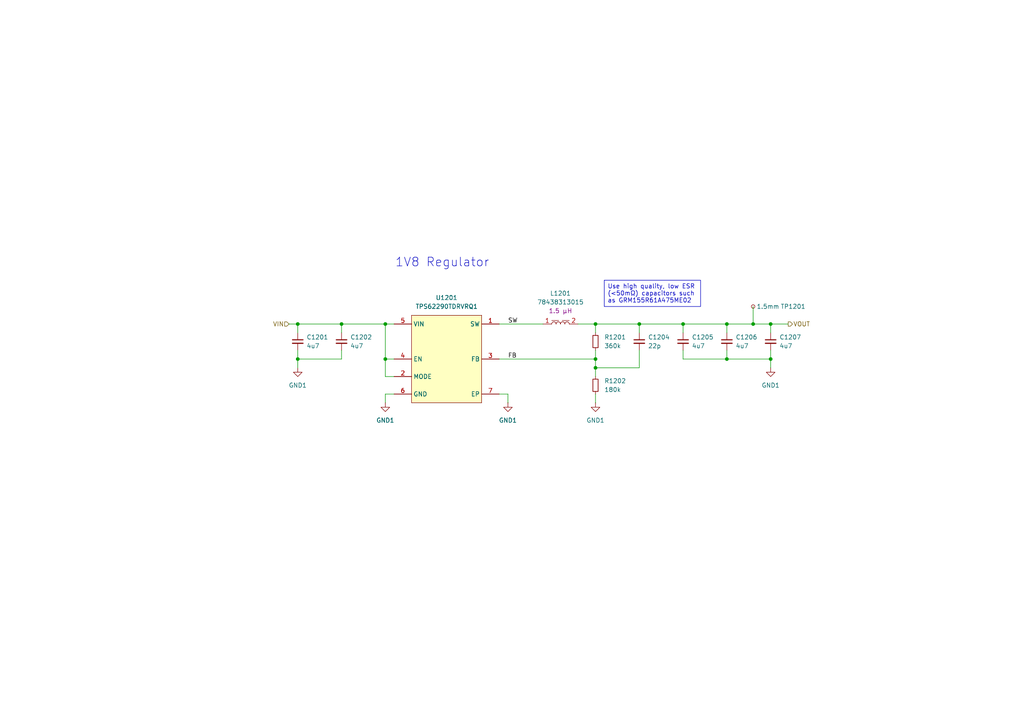
<source format=kicad_sch>
(kicad_sch
	(version 20250114)
	(generator "eeschema")
	(generator_version "9.0")
	(uuid "f18fc87d-cbc7-4ed0-9079-b77cd4454c05")
	(paper "A4")
	(lib_symbols
		(symbol "Connector:TestPoint_Small"
			(pin_numbers
				(hide yes)
			)
			(pin_names
				(offset 0.762)
				(hide yes)
			)
			(exclude_from_sim no)
			(in_bom yes)
			(on_board yes)
			(property "Reference" "TP"
				(at 0 3.81 0)
				(effects
					(font
						(size 1.27 1.27)
					)
				)
			)
			(property "Value" "TestPoint_Small"
				(at 0 2.032 0)
				(effects
					(font
						(size 1.27 1.27)
					)
				)
			)
			(property "Footprint" ""
				(at 5.08 0 0)
				(effects
					(font
						(size 1.27 1.27)
					)
					(hide yes)
				)
			)
			(property "Datasheet" "~"
				(at 5.08 0 0)
				(effects
					(font
						(size 1.27 1.27)
					)
					(hide yes)
				)
			)
			(property "Description" "test point"
				(at 0 0 0)
				(effects
					(font
						(size 1.27 1.27)
					)
					(hide yes)
				)
			)
			(property "ki_keywords" "test point tp"
				(at 0 0 0)
				(effects
					(font
						(size 1.27 1.27)
					)
					(hide yes)
				)
			)
			(property "ki_fp_filters" "Pin* Test*"
				(at 0 0 0)
				(effects
					(font
						(size 1.27 1.27)
					)
					(hide yes)
				)
			)
			(symbol "TestPoint_Small_0_1"
				(circle
					(center 0 0)
					(radius 0.508)
					(stroke
						(width 0)
						(type default)
					)
					(fill
						(type none)
					)
				)
			)
			(symbol "TestPoint_Small_1_1"
				(pin passive line
					(at 0 0 90)
					(length 0)
					(name "1"
						(effects
							(font
								(size 1.27 1.27)
							)
						)
					)
					(number "1"
						(effects
							(font
								(size 1.27 1.27)
							)
						)
					)
				)
			)
			(embedded_fonts no)
		)
		(symbol "Device:C_Small"
			(pin_numbers
				(hide yes)
			)
			(pin_names
				(offset 0.254)
				(hide yes)
			)
			(exclude_from_sim no)
			(in_bom yes)
			(on_board yes)
			(property "Reference" "C"
				(at 0.254 1.778 0)
				(effects
					(font
						(size 1.27 1.27)
					)
					(justify left)
				)
			)
			(property "Value" "C_Small"
				(at 0.254 -2.032 0)
				(effects
					(font
						(size 1.27 1.27)
					)
					(justify left)
				)
			)
			(property "Footprint" ""
				(at 0 0 0)
				(effects
					(font
						(size 1.27 1.27)
					)
					(hide yes)
				)
			)
			(property "Datasheet" "~"
				(at 0 0 0)
				(effects
					(font
						(size 1.27 1.27)
					)
					(hide yes)
				)
			)
			(property "Description" "Unpolarized capacitor, small symbol"
				(at 0 0 0)
				(effects
					(font
						(size 1.27 1.27)
					)
					(hide yes)
				)
			)
			(property "ki_keywords" "capacitor cap"
				(at 0 0 0)
				(effects
					(font
						(size 1.27 1.27)
					)
					(hide yes)
				)
			)
			(property "ki_fp_filters" "C_*"
				(at 0 0 0)
				(effects
					(font
						(size 1.27 1.27)
					)
					(hide yes)
				)
			)
			(symbol "C_Small_0_1"
				(polyline
					(pts
						(xy -1.524 0.508) (xy 1.524 0.508)
					)
					(stroke
						(width 0.3048)
						(type default)
					)
					(fill
						(type none)
					)
				)
				(polyline
					(pts
						(xy -1.524 -0.508) (xy 1.524 -0.508)
					)
					(stroke
						(width 0.3302)
						(type default)
					)
					(fill
						(type none)
					)
				)
			)
			(symbol "C_Small_1_1"
				(pin passive line
					(at 0 2.54 270)
					(length 2.032)
					(name "~"
						(effects
							(font
								(size 1.27 1.27)
							)
						)
					)
					(number "1"
						(effects
							(font
								(size 1.27 1.27)
							)
						)
					)
				)
				(pin passive line
					(at 0 -2.54 90)
					(length 2.032)
					(name "~"
						(effects
							(font
								(size 1.27 1.27)
							)
						)
					)
					(number "2"
						(effects
							(font
								(size 1.27 1.27)
							)
						)
					)
				)
			)
			(embedded_fonts no)
		)
		(symbol "Device:R_Small"
			(pin_numbers
				(hide yes)
			)
			(pin_names
				(offset 0.254)
				(hide yes)
			)
			(exclude_from_sim no)
			(in_bom yes)
			(on_board yes)
			(property "Reference" "R"
				(at 0 0 90)
				(effects
					(font
						(size 1.016 1.016)
					)
				)
			)
			(property "Value" "R_Small"
				(at 1.778 0 90)
				(effects
					(font
						(size 1.27 1.27)
					)
				)
			)
			(property "Footprint" ""
				(at 0 0 0)
				(effects
					(font
						(size 1.27 1.27)
					)
					(hide yes)
				)
			)
			(property "Datasheet" "~"
				(at 0 0 0)
				(effects
					(font
						(size 1.27 1.27)
					)
					(hide yes)
				)
			)
			(property "Description" "Resistor, small symbol"
				(at 0 0 0)
				(effects
					(font
						(size 1.27 1.27)
					)
					(hide yes)
				)
			)
			(property "ki_keywords" "R resistor"
				(at 0 0 0)
				(effects
					(font
						(size 1.27 1.27)
					)
					(hide yes)
				)
			)
			(property "ki_fp_filters" "R_*"
				(at 0 0 0)
				(effects
					(font
						(size 1.27 1.27)
					)
					(hide yes)
				)
			)
			(symbol "R_Small_0_1"
				(rectangle
					(start -0.762 1.778)
					(end 0.762 -1.778)
					(stroke
						(width 0.2032)
						(type default)
					)
					(fill
						(type none)
					)
				)
			)
			(symbol "R_Small_1_1"
				(pin passive line
					(at 0 2.54 270)
					(length 0.762)
					(name "~"
						(effects
							(font
								(size 1.27 1.27)
							)
						)
					)
					(number "1"
						(effects
							(font
								(size 1.27 1.27)
							)
						)
					)
				)
				(pin passive line
					(at 0 -2.54 90)
					(length 0.762)
					(name "~"
						(effects
							(font
								(size 1.27 1.27)
							)
						)
					)
					(number "2"
						(effects
							(font
								(size 1.27 1.27)
							)
						)
					)
				)
			)
			(embedded_fonts no)
		)
		(symbol "PWR-IND:1610_78438313015"
			(pin_names
				(hide yes)
			)
			(exclude_from_sim no)
			(in_bom yes)
			(on_board yes)
			(property "Reference" "L"
				(at 0 8.89 0)
				(effects
					(font
						(size 1.27 1.27)
					)
				)
			)
			(property "Value" "78438313015"
				(at 0 6.35 0)
				(effects
					(font
						(size 1.27 1.27)
					)
				)
			)
			(property "Footprint" "project_footprints:L_Wurth_WE-MAIA-1610"
				(at 12.7 20.32 0)
				(effects
					(font
						(size 1.27 1.27)
					)
					(justify left)
					(hide yes)
				)
			)
			(property "Datasheet" "https://www.we-online.com/catalog/datasheet/78438313015.pdf?ki"
				(at 12.7 17.78 0)
				(effects
					(font
						(size 1.27 1.27)
					)
					(justify left)
					(hide yes)
				)
			)
			(property "Description" "Single Coil Power Inductor"
				(at 0 0 0)
				(effects
					(font
						(size 1.27 1.27)
					)
					(hide yes)
				)
			)
			(property "Manufacturer" "Wurth Elektronik"
				(at 12.7 15.24 0)
				(effects
					(font
						(size 1.27 1.27)
					)
					(justify left)
					(hide yes)
				)
			)
			(property "Manufacturer URL" "https://www.we-online.com"
				(at 12.7 12.7 0)
				(effects
					(font
						(size 1.27 1.27)
					)
					(justify left)
					(hide yes)
				)
			)
			(property "Published Date" "20250429"
				(at 12.7 10.16 0)
				(effects
					(font
						(size 1.27 1.27)
					)
					(justify left)
					(hide yes)
				)
			)
			(property "Match Code" "WE-MAIA"
				(at 12.7 7.62 0)
				(effects
					(font
						(size 1.27 1.27)
					)
					(justify left)
					(hide yes)
				)
			)
			(property "Part Number" "78438313015"
				(at 12.7 5.08 0)
				(effects
					(font
						(size 1.27 1.27)
					)
					(justify left)
					(hide yes)
				)
			)
			(property "Size" "1610"
				(at 12.7 2.54 0)
				(effects
					(font
						(size 1.27 1.27)
					)
					(justify left)
					(hide yes)
				)
			)
			(property "Mounting Technology" "SMT"
				(at 12.7 0 0)
				(effects
					(font
						(size 1.27 1.27)
					)
					(justify left)
					(hide yes)
				)
			)
			(property "L (µH)" "1.5"
				(at 12.7 -2.54 0)
				(effects
					(font
						(size 1.27 1.27)
					)
					(justify left)
					(hide yes)
				)
			)
			(property "ISAT,10% (A)" "1.8"
				(at 12.7 -5.08 0)
				(effects
					(font
						(size 1.27 1.27)
					)
					(justify left)
					(hide yes)
				)
			)
			(property "ISAT,30% (A)" "3.45"
				(at 12.7 -7.62 0)
				(effects
					(font
						(size 1.27 1.27)
					)
					(justify left)
					(hide yes)
				)
			)
			(property "RDC max. (mΩ)" "237.0"
				(at 12.7 -10.16 0)
				(effects
					(font
						(size 1.27 1.27)
					)
					(justify left)
					(hide yes)
				)
			)
			(property "fres (MHz)" "90.0"
				(at 12.7 -12.7 0)
				(effects
					(font
						(size 1.27 1.27)
					)
					(justify left)
					(hide yes)
				)
			)
			(property "IRP,40K (A)" "1.8"
				(at 12.7 -15.24 0)
				(effects
					(font
						(size 1.27 1.27)
					)
					(justify left)
					(hide yes)
				)
			)
			(property "Critical Parameter" "1.5 µH"
				(at 0 3.81 0)
				(effects
					(font
						(size 1.27 1.27)
					)
				)
			)
			(property "ki_keywords" "SMT"
				(at 0 0 0)
				(effects
					(font
						(size 1.27 1.27)
					)
					(hide yes)
				)
			)
			(property "ki_fp_filters" "*WE-MAIA*1610*"
				(at 0 0 0)
				(effects
					(font
						(size 1.27 1.27)
					)
					(hide yes)
				)
			)
			(symbol "1610_78438313015_0_1"
				(polyline
					(pts
						(xy -2.54 1.016) (xy -0.508 1.016)
					)
					(stroke
						(width 0)
						(type default)
					)
					(fill
						(type none)
					)
				)
				(arc
					(start -2.54 0)
					(mid -1.905 0.6323)
					(end -1.27 0)
					(stroke
						(width 0)
						(type default)
					)
					(fill
						(type none)
					)
				)
				(arc
					(start -1.27 0)
					(mid -0.635 0.6323)
					(end 0 0)
					(stroke
						(width 0)
						(type default)
					)
					(fill
						(type none)
					)
				)
				(arc
					(start 0 0)
					(mid 0.635 0.6323)
					(end 1.27 0)
					(stroke
						(width 0)
						(type default)
					)
					(fill
						(type none)
					)
				)
				(arc
					(start 1.27 0)
					(mid 1.905 0.6323)
					(end 2.54 0)
					(stroke
						(width 0)
						(type default)
					)
					(fill
						(type none)
					)
				)
			)
			(symbol "1610_78438313015_1_1"
				(polyline
					(pts
						(xy 2.54 1.016) (xy 0.508 1.016)
					)
					(stroke
						(width 0)
						(type default)
					)
					(fill
						(type none)
					)
				)
				(pin power_in line
					(at -5.08 0 0)
					(length 2.54)
					(name "1"
						(effects
							(font
								(size 1.27 1.27)
							)
						)
					)
					(number "1"
						(effects
							(font
								(size 1.27 1.27)
							)
						)
					)
				)
				(pin power_out line
					(at 5.08 0 180)
					(length 2.54)
					(name "2"
						(effects
							(font
								(size 1.27 1.27)
							)
						)
					)
					(number "2"
						(effects
							(font
								(size 1.27 1.27)
							)
						)
					)
				)
			)
			(embedded_fonts no)
		)
		(symbol "PWR-SMPS:TPS62290TDRVRQ1"
			(exclude_from_sim no)
			(in_bom yes)
			(on_board yes)
			(property "Reference" "U"
				(at 0 5.08 0)
				(effects
					(font
						(size 1.27 1.27)
					)
				)
			)
			(property "Value" "TPS62290TDRVRQ1"
				(at 0 2.54 0)
				(effects
					(font
						(size 1.27 1.27)
					)
				)
			)
			(property "Footprint" "project_footprints:SON65P200X200X80-7N"
				(at 26.67 -94.92 0)
				(effects
					(font
						(size 1.27 1.27)
					)
					(justify left top)
					(hide yes)
				)
			)
			(property "Datasheet" "http://www.ti.com/lit/gpn/tps62290-q1"
				(at 26.67 -194.92 0)
				(effects
					(font
						(size 1.27 1.27)
					)
					(justify left top)
					(hide yes)
				)
			)
			(property "Description" "Automotive 2.3V to 6V, 2.25MHz Fixed Frequency 1A Buck Converter in 2x2mm SON/TSOT23 Package"
				(at 0 -27.94 0)
				(effects
					(font
						(size 1.27 1.27)
					)
					(hide yes)
				)
			)
			(property "Height" "0.8"
				(at 26.67 -394.92 0)
				(effects
					(font
						(size 1.27 1.27)
					)
					(justify left top)
					(hide yes)
				)
			)
			(property "Mouser Part Number" "595-TPS62290TDRVRQ1"
				(at 26.67 -494.92 0)
				(effects
					(font
						(size 1.27 1.27)
					)
					(justify left top)
					(hide yes)
				)
			)
			(property "Mouser Price/Stock" "https://www.mouser.co.uk/ProductDetail/Texas-Instruments/TPS62290TDRVRQ1?qs=NiBvnJE4bX0YWtuMnJowVQ%3D%3D"
				(at 26.67 -594.92 0)
				(effects
					(font
						(size 1.27 1.27)
					)
					(justify left top)
					(hide yes)
				)
			)
			(property "Manufacturer_Name" "Texas Instruments"
				(at 26.67 -694.92 0)
				(effects
					(font
						(size 1.27 1.27)
					)
					(justify left top)
					(hide yes)
				)
			)
			(property "Manufacturer_Part_Number" "TPS62290TDRVRQ1"
				(at 26.67 -794.92 0)
				(effects
					(font
						(size 1.27 1.27)
					)
					(justify left top)
					(hide yes)
				)
			)
			(symbol "TPS62290TDRVRQ1_1_1"
				(rectangle
					(start -10.16 0)
					(end 10.16 -25.4)
					(stroke
						(width 0)
						(type solid)
					)
					(fill
						(type background)
					)
				)
				(pin power_in line
					(at -15.24 -2.54 0)
					(length 5.08)
					(name "VIN"
						(effects
							(font
								(size 1.27 1.27)
							)
						)
					)
					(number "5"
						(effects
							(font
								(size 1.27 1.27)
							)
						)
					)
				)
				(pin input line
					(at -15.24 -12.7 0)
					(length 5.08)
					(name "EN"
						(effects
							(font
								(size 1.27 1.27)
							)
						)
					)
					(number "4"
						(effects
							(font
								(size 1.27 1.27)
							)
						)
					)
				)
				(pin input line
					(at -15.24 -17.78 0)
					(length 5.08)
					(name "MODE"
						(effects
							(font
								(size 1.27 1.27)
							)
						)
					)
					(number "2"
						(effects
							(font
								(size 1.27 1.27)
							)
						)
					)
				)
				(pin power_in line
					(at -15.24 -22.86 0)
					(length 5.08)
					(name "GND"
						(effects
							(font
								(size 1.27 1.27)
							)
						)
					)
					(number "6"
						(effects
							(font
								(size 1.27 1.27)
							)
						)
					)
				)
				(pin power_out line
					(at 15.24 -2.54 180)
					(length 5.08)
					(name "SW"
						(effects
							(font
								(size 1.27 1.27)
							)
						)
					)
					(number "1"
						(effects
							(font
								(size 1.27 1.27)
							)
						)
					)
				)
				(pin input line
					(at 15.24 -12.7 180)
					(length 5.08)
					(name "FB"
						(effects
							(font
								(size 1.27 1.27)
							)
						)
					)
					(number "3"
						(effects
							(font
								(size 1.27 1.27)
							)
						)
					)
				)
				(pin power_in line
					(at 15.24 -22.86 180)
					(length 5.08)
					(name "EP"
						(effects
							(font
								(size 1.27 1.27)
							)
						)
					)
					(number "7"
						(effects
							(font
								(size 1.27 1.27)
							)
						)
					)
				)
			)
			(embedded_fonts no)
		)
		(symbol "power:GND1"
			(power)
			(pin_numbers
				(hide yes)
			)
			(pin_names
				(offset 0)
				(hide yes)
			)
			(exclude_from_sim no)
			(in_bom yes)
			(on_board yes)
			(property "Reference" "#PWR"
				(at 0 -6.35 0)
				(effects
					(font
						(size 1.27 1.27)
					)
					(hide yes)
				)
			)
			(property "Value" "GND1"
				(at 0 -3.81 0)
				(effects
					(font
						(size 1.27 1.27)
					)
				)
			)
			(property "Footprint" ""
				(at 0 0 0)
				(effects
					(font
						(size 1.27 1.27)
					)
					(hide yes)
				)
			)
			(property "Datasheet" ""
				(at 0 0 0)
				(effects
					(font
						(size 1.27 1.27)
					)
					(hide yes)
				)
			)
			(property "Description" "Power symbol creates a global label with name \"GND1\" , ground"
				(at 0 0 0)
				(effects
					(font
						(size 1.27 1.27)
					)
					(hide yes)
				)
			)
			(property "ki_keywords" "global power"
				(at 0 0 0)
				(effects
					(font
						(size 1.27 1.27)
					)
					(hide yes)
				)
			)
			(symbol "GND1_0_1"
				(polyline
					(pts
						(xy 0 0) (xy 0 -1.27) (xy 1.27 -1.27) (xy 0 -2.54) (xy -1.27 -1.27) (xy 0 -1.27)
					)
					(stroke
						(width 0)
						(type default)
					)
					(fill
						(type none)
					)
				)
			)
			(symbol "GND1_1_1"
				(pin power_in line
					(at 0 0 270)
					(length 0)
					(name "~"
						(effects
							(font
								(size 1.27 1.27)
							)
						)
					)
					(number "1"
						(effects
							(font
								(size 1.27 1.27)
							)
						)
					)
				)
			)
			(embedded_fonts no)
		)
	)
	(text "1V8 Regulator"
		(exclude_from_sim no)
		(at 128.27 76.2 0)
		(effects
			(font
				(size 2.54 2.54)
			)
		)
		(uuid "b8edf2f3-b95e-4d04-9bd9-8b7b418ce1c4")
	)
	(text_box "Use high quality, low ESR (<50mΩ) capacitors such as GRM155R61A475ME02"
		(exclude_from_sim no)
		(at 175.26 81.28 0)
		(size 27.94 7.62)
		(margins 0.9525 0.9525 0.9525 0.9525)
		(stroke
			(width 0)
			(type solid)
		)
		(fill
			(type none)
		)
		(effects
			(font
				(size 1.27 1.27)
			)
			(justify left top)
		)
		(uuid "712a4c3b-f300-468d-b0b9-68e7b247105f")
	)
	(junction
		(at 210.82 104.14)
		(diameter 0)
		(color 0 0 0 0)
		(uuid "0e0c6424-6ef3-49f6-9bb2-64e0231bcebb")
	)
	(junction
		(at 223.52 104.14)
		(diameter 0)
		(color 0 0 0 0)
		(uuid "2750f1da-0152-426d-8d90-96d0a79216c9")
	)
	(junction
		(at 210.82 93.98)
		(diameter 0)
		(color 0 0 0 0)
		(uuid "2d2477fe-632e-4237-b539-6f9dc16d57f1")
	)
	(junction
		(at 111.76 104.14)
		(diameter 0)
		(color 0 0 0 0)
		(uuid "567bcbbd-c859-4d8a-a2da-40fe914c5e19")
	)
	(junction
		(at 99.06 93.98)
		(diameter 0)
		(color 0 0 0 0)
		(uuid "5a360660-f38d-4a2f-b70f-7e782e1a992a")
	)
	(junction
		(at 86.36 104.14)
		(diameter 0)
		(color 0 0 0 0)
		(uuid "7c49d014-2193-4266-8ba7-b79f50324498")
	)
	(junction
		(at 86.36 93.98)
		(diameter 0)
		(color 0 0 0 0)
		(uuid "825e35c0-f498-412a-9c60-cd35894227fe")
	)
	(junction
		(at 172.72 106.68)
		(diameter 0)
		(color 0 0 0 0)
		(uuid "9799376c-ceca-49d9-bf21-acaa9f5c0904")
	)
	(junction
		(at 185.42 93.98)
		(diameter 0)
		(color 0 0 0 0)
		(uuid "99e00743-a68f-49fe-8ac1-35c625b4cc72")
	)
	(junction
		(at 223.52 93.98)
		(diameter 0)
		(color 0 0 0 0)
		(uuid "ac5c54bd-4032-4c44-8152-f0c84820c0b2")
	)
	(junction
		(at 172.72 104.14)
		(diameter 0)
		(color 0 0 0 0)
		(uuid "bd62c93a-571a-4f39-a6fe-cd788c76ac17")
	)
	(junction
		(at 172.72 93.98)
		(diameter 0)
		(color 0 0 0 0)
		(uuid "c1be94e5-67bf-44df-ae10-b54e9e78dded")
	)
	(junction
		(at 218.44 93.98)
		(diameter 0)
		(color 0 0 0 0)
		(uuid "cbe1692b-b0b9-4900-8418-bef5754dba02")
	)
	(junction
		(at 198.12 93.98)
		(diameter 0)
		(color 0 0 0 0)
		(uuid "d1cf54ce-5055-422f-b86c-9109af7f3826")
	)
	(junction
		(at 111.76 93.98)
		(diameter 0)
		(color 0 0 0 0)
		(uuid "e5ebf9fd-568c-418e-b91f-0c2e0a202fbb")
	)
	(wire
		(pts
			(xy 223.52 106.68) (xy 223.52 104.14)
		)
		(stroke
			(width 0)
			(type default)
		)
		(uuid "0e25f9fe-a2c5-4165-b895-03aee81a5870")
	)
	(wire
		(pts
			(xy 223.52 93.98) (xy 228.6 93.98)
		)
		(stroke
			(width 0)
			(type default)
		)
		(uuid "1e9a1ff2-1d63-4e1f-a680-80916a4f2d6a")
	)
	(wire
		(pts
			(xy 223.52 104.14) (xy 210.82 104.14)
		)
		(stroke
			(width 0)
			(type default)
		)
		(uuid "28e1a803-3ee7-480b-85ef-9fc5b3692261")
	)
	(wire
		(pts
			(xy 86.36 104.14) (xy 99.06 104.14)
		)
		(stroke
			(width 0)
			(type default)
		)
		(uuid "2b85611e-1786-4e4b-9869-1b450e0573e4")
	)
	(wire
		(pts
			(xy 172.72 104.14) (xy 172.72 106.68)
		)
		(stroke
			(width 0)
			(type default)
		)
		(uuid "2ba1a08f-649d-41a6-9fb6-52a76071bdc0")
	)
	(wire
		(pts
			(xy 111.76 93.98) (xy 111.76 104.14)
		)
		(stroke
			(width 0)
			(type default)
		)
		(uuid "319b0700-432e-4ce3-afbb-42a0d292a078")
	)
	(wire
		(pts
			(xy 167.64 93.98) (xy 172.72 93.98)
		)
		(stroke
			(width 0)
			(type default)
		)
		(uuid "32aa3aca-236a-470b-bf63-77b8db6d206a")
	)
	(wire
		(pts
			(xy 99.06 101.6) (xy 99.06 104.14)
		)
		(stroke
			(width 0)
			(type default)
		)
		(uuid "34f7557c-a5b5-4543-9af8-1b507d3d9234")
	)
	(wire
		(pts
			(xy 185.42 101.6) (xy 185.42 106.68)
		)
		(stroke
			(width 0)
			(type default)
		)
		(uuid "351ebe07-c6a0-420d-b8cb-6915cbe7cb0a")
	)
	(wire
		(pts
			(xy 99.06 93.98) (xy 111.76 93.98)
		)
		(stroke
			(width 0)
			(type default)
		)
		(uuid "370c605e-4a39-4123-a70f-3f851d3b1e60")
	)
	(wire
		(pts
			(xy 210.82 101.6) (xy 210.82 104.14)
		)
		(stroke
			(width 0)
			(type default)
		)
		(uuid "61ff99e6-b51c-4630-91d5-d16e8e03ef84")
	)
	(wire
		(pts
			(xy 111.76 114.3) (xy 111.76 116.84)
		)
		(stroke
			(width 0)
			(type default)
		)
		(uuid "6d2f12a8-b99f-47e9-b078-6bf35c0278db")
	)
	(wire
		(pts
			(xy 83.82 93.98) (xy 86.36 93.98)
		)
		(stroke
			(width 0)
			(type default)
		)
		(uuid "76ce7078-009c-4b30-8d49-80cf968effda")
	)
	(wire
		(pts
			(xy 147.32 114.3) (xy 144.78 114.3)
		)
		(stroke
			(width 0)
			(type default)
		)
		(uuid "7a7d97e3-28eb-4728-b34e-190bdeb2ecea")
	)
	(wire
		(pts
			(xy 223.52 101.6) (xy 223.52 104.14)
		)
		(stroke
			(width 0)
			(type default)
		)
		(uuid "7d2b9529-d2b4-420a-bac3-53398cf57bb6")
	)
	(wire
		(pts
			(xy 86.36 106.68) (xy 86.36 104.14)
		)
		(stroke
			(width 0)
			(type default)
		)
		(uuid "7fd37005-984f-4f25-a373-b581e02919d4")
	)
	(wire
		(pts
			(xy 210.82 93.98) (xy 218.44 93.98)
		)
		(stroke
			(width 0)
			(type default)
		)
		(uuid "846a6b03-30cd-48ab-b2bf-2dd1d3a34c4f")
	)
	(wire
		(pts
			(xy 218.44 93.98) (xy 223.52 93.98)
		)
		(stroke
			(width 0)
			(type default)
		)
		(uuid "8a218113-f98f-4905-9cdb-c42abefa77c8")
	)
	(wire
		(pts
			(xy 172.72 101.6) (xy 172.72 104.14)
		)
		(stroke
			(width 0)
			(type default)
		)
		(uuid "8af39327-f0c4-4599-abdb-9a51254cfced")
	)
	(wire
		(pts
			(xy 185.42 93.98) (xy 198.12 93.98)
		)
		(stroke
			(width 0)
			(type default)
		)
		(uuid "8b6fc182-500f-4b9f-aa6d-7a5f5d8e4686")
	)
	(wire
		(pts
			(xy 114.3 104.14) (xy 111.76 104.14)
		)
		(stroke
			(width 0)
			(type default)
		)
		(uuid "94debe69-e39c-4909-b9ed-d2b8be949a8b")
	)
	(wire
		(pts
			(xy 218.44 88.9) (xy 218.44 93.98)
		)
		(stroke
			(width 0)
			(type default)
		)
		(uuid "97d321cf-dc72-41fe-89b6-04d754d4dfb8")
	)
	(wire
		(pts
			(xy 172.72 114.3) (xy 172.72 116.84)
		)
		(stroke
			(width 0)
			(type default)
		)
		(uuid "98e29408-4a96-40b3-be7f-e1690bfedb34")
	)
	(wire
		(pts
			(xy 111.76 93.98) (xy 114.3 93.98)
		)
		(stroke
			(width 0)
			(type default)
		)
		(uuid "9b430eb3-172a-4e7c-bd80-1ee735a990e1")
	)
	(wire
		(pts
			(xy 114.3 114.3) (xy 111.76 114.3)
		)
		(stroke
			(width 0)
			(type default)
		)
		(uuid "9d4c64e7-d930-4204-91b4-0dcb322fa592")
	)
	(wire
		(pts
			(xy 185.42 93.98) (xy 185.42 96.52)
		)
		(stroke
			(width 0)
			(type default)
		)
		(uuid "a408769e-2cd7-47e4-a986-d893e8cb257e")
	)
	(wire
		(pts
			(xy 86.36 93.98) (xy 99.06 93.98)
		)
		(stroke
			(width 0)
			(type default)
		)
		(uuid "a43ac7b7-6205-46ec-bed9-60867512f3d3")
	)
	(wire
		(pts
			(xy 198.12 101.6) (xy 198.12 104.14)
		)
		(stroke
			(width 0)
			(type default)
		)
		(uuid "ab4d0885-e878-48e5-974e-ebed50d3a759")
	)
	(wire
		(pts
			(xy 223.52 93.98) (xy 223.52 96.52)
		)
		(stroke
			(width 0)
			(type default)
		)
		(uuid "b59d02cb-ab2d-41fb-820d-9606b3713b55")
	)
	(wire
		(pts
			(xy 111.76 104.14) (xy 111.76 109.22)
		)
		(stroke
			(width 0)
			(type default)
		)
		(uuid "b655bdf5-2e68-4e12-af76-caacd5d3482d")
	)
	(wire
		(pts
			(xy 210.82 93.98) (xy 210.82 96.52)
		)
		(stroke
			(width 0)
			(type default)
		)
		(uuid "bb80763f-9ffd-471a-9b6d-d3956bba5ce1")
	)
	(wire
		(pts
			(xy 185.42 106.68) (xy 172.72 106.68)
		)
		(stroke
			(width 0)
			(type default)
		)
		(uuid "bde7aa93-efa2-495a-bec9-d429df637fc1")
	)
	(wire
		(pts
			(xy 86.36 93.98) (xy 86.36 96.52)
		)
		(stroke
			(width 0)
			(type default)
		)
		(uuid "be75302f-1cfd-4763-8cdc-cbca2e0693a8")
	)
	(wire
		(pts
			(xy 172.72 93.98) (xy 185.42 93.98)
		)
		(stroke
			(width 0)
			(type default)
		)
		(uuid "c1738ac6-feb7-4bad-9065-4c208f99763d")
	)
	(wire
		(pts
			(xy 144.78 93.98) (xy 157.48 93.98)
		)
		(stroke
			(width 0)
			(type default)
		)
		(uuid "cb38fa0c-4f56-49b6-9d20-aaf17982e0e6")
	)
	(wire
		(pts
			(xy 198.12 93.98) (xy 210.82 93.98)
		)
		(stroke
			(width 0)
			(type default)
		)
		(uuid "cff57485-b789-4491-89a1-f7147b500f97")
	)
	(wire
		(pts
			(xy 114.3 109.22) (xy 111.76 109.22)
		)
		(stroke
			(width 0)
			(type default)
		)
		(uuid "d30c9596-af92-4855-b01e-8a732f368e02")
	)
	(wire
		(pts
			(xy 198.12 93.98) (xy 198.12 96.52)
		)
		(stroke
			(width 0)
			(type default)
		)
		(uuid "dc477446-2538-4e76-811a-3ab8564022ee")
	)
	(wire
		(pts
			(xy 144.78 104.14) (xy 172.72 104.14)
		)
		(stroke
			(width 0)
			(type default)
		)
		(uuid "ddddaa45-899c-487f-9da1-e9f4ae147de4")
	)
	(wire
		(pts
			(xy 86.36 101.6) (xy 86.36 104.14)
		)
		(stroke
			(width 0)
			(type default)
		)
		(uuid "e8027a16-fb50-40ba-b901-b371753f4240")
	)
	(wire
		(pts
			(xy 172.72 106.68) (xy 172.72 109.22)
		)
		(stroke
			(width 0)
			(type default)
		)
		(uuid "eb5ad6a7-bd84-4063-9681-85d01300b85e")
	)
	(wire
		(pts
			(xy 99.06 93.98) (xy 99.06 96.52)
		)
		(stroke
			(width 0)
			(type default)
		)
		(uuid "f281387c-5464-4a6e-b433-5db7497095fa")
	)
	(wire
		(pts
			(xy 172.72 93.98) (xy 172.72 96.52)
		)
		(stroke
			(width 0)
			(type default)
		)
		(uuid "f7b3b3c9-0dfb-4d8a-9d5e-fb8570df0165")
	)
	(wire
		(pts
			(xy 147.32 116.84) (xy 147.32 114.3)
		)
		(stroke
			(width 0)
			(type default)
		)
		(uuid "fbd3a44a-df84-4352-85e4-467d3cca45e3")
	)
	(wire
		(pts
			(xy 198.12 104.14) (xy 210.82 104.14)
		)
		(stroke
			(width 0)
			(type default)
		)
		(uuid "ffc83a28-c371-4e4a-ab3c-59f74563bda9")
	)
	(label "FB"
		(at 147.32 104.14 0)
		(effects
			(font
				(size 1.27 1.27)
			)
			(justify left bottom)
		)
		(uuid "63a57014-be20-45c6-bc7b-89cd1c974607")
	)
	(label "SW"
		(at 147.32 93.98 0)
		(effects
			(font
				(size 1.27 1.27)
			)
			(justify left bottom)
		)
		(uuid "a1d28a29-5e40-4dfa-8ce1-520780bee37e")
	)
	(hierarchical_label "VOUT"
		(shape output)
		(at 228.6 93.98 0)
		(effects
			(font
				(size 1.27 1.27)
			)
			(justify left)
		)
		(uuid "7b42e01e-0282-4c32-b259-49eaa4fd4e57")
	)
	(hierarchical_label "VIN"
		(shape input)
		(at 83.82 93.98 180)
		(effects
			(font
				(size 1.27 1.27)
			)
			(justify right)
		)
		(uuid "bb7d5330-d573-4dde-a338-6a64a66e9fc6")
	)
	(symbol
		(lib_id "Device:C_Small")
		(at 210.82 99.06 0)
		(unit 1)
		(exclude_from_sim no)
		(in_bom yes)
		(on_board yes)
		(dnp no)
		(fields_autoplaced yes)
		(uuid "01c89866-7f8d-4d0a-8f34-40b880eae059")
		(property "Reference" "C1206"
			(at 213.36 97.7962 0)
			(effects
				(font
					(size 1.27 1.27)
				)
				(justify left)
			)
		)
		(property "Value" "4u7"
			(at 213.36 100.3362 0)
			(effects
				(font
					(size 1.27 1.27)
				)
				(justify left)
			)
		)
		(property "Footprint" "Capacitor_SMD:C_0402_1005Metric"
			(at 210.82 99.06 0)
			(effects
				(font
					(size 1.27 1.27)
				)
				(hide yes)
			)
		)
		(property "Datasheet" "~"
			(at 210.82 99.06 0)
			(effects
				(font
					(size 1.27 1.27)
				)
				(hide yes)
			)
		)
		(property "Description" "Unpolarized capacitor, small symbol"
			(at 210.82 99.06 0)
			(effects
				(font
					(size 1.27 1.27)
				)
				(hide yes)
			)
		)
		(pin "1"
			(uuid "ce626737-0dfe-470a-97ef-30b035af43b1")
		)
		(pin "2"
			(uuid "d494b731-4177-48e3-950b-57a759760bee")
		)
		(instances
			(project "switch_main_v5"
				(path "/a5e57332-4284-4d3c-ab3c-13bc0ddb29b6/b1ff42f5-7cae-489e-9f8e-588cc93f3151/d017dddd-15df-4565-b589-89c8c78bc85c/2252118a-c5a3-408c-aeca-1ee5151f8202"
					(reference "C1206")
					(unit 1)
				)
				(path "/a5e57332-4284-4d3c-ab3c-13bc0ddb29b6/b1ff42f5-7cae-489e-9f8e-588cc93f3151/d017dddd-15df-4565-b589-89c8c78bc85c/b17ca951-65d8-4c7f-84f6-57bb88a8a712"
					(reference "C3006")
					(unit 1)
				)
			)
		)
	)
	(symbol
		(lib_id "power:GND1")
		(at 223.52 106.68 0)
		(unit 1)
		(exclude_from_sim no)
		(in_bom yes)
		(on_board yes)
		(dnp no)
		(fields_autoplaced yes)
		(uuid "0fcadb81-a27c-460c-b703-fe564c98d91b")
		(property "Reference" "#PWR01205"
			(at 223.52 113.03 0)
			(effects
				(font
					(size 1.27 1.27)
				)
				(hide yes)
			)
		)
		(property "Value" "GND1"
			(at 223.52 111.76 0)
			(effects
				(font
					(size 1.27 1.27)
				)
			)
		)
		(property "Footprint" ""
			(at 223.52 106.68 0)
			(effects
				(font
					(size 1.27 1.27)
				)
				(hide yes)
			)
		)
		(property "Datasheet" ""
			(at 223.52 106.68 0)
			(effects
				(font
					(size 1.27 1.27)
				)
				(hide yes)
			)
		)
		(property "Description" "Power symbol creates a global label with name \"GND1\" , ground"
			(at 223.52 106.68 0)
			(effects
				(font
					(size 1.27 1.27)
				)
				(hide yes)
			)
		)
		(pin "1"
			(uuid "3759a374-ff6b-4c74-bec0-4fe35be7a079")
		)
		(instances
			(project "switch_main_v5"
				(path "/a5e57332-4284-4d3c-ab3c-13bc0ddb29b6/b1ff42f5-7cae-489e-9f8e-588cc93f3151/d017dddd-15df-4565-b589-89c8c78bc85c/2252118a-c5a3-408c-aeca-1ee5151f8202"
					(reference "#PWR01205")
					(unit 1)
				)
				(path "/a5e57332-4284-4d3c-ab3c-13bc0ddb29b6/b1ff42f5-7cae-489e-9f8e-588cc93f3151/d017dddd-15df-4565-b589-89c8c78bc85c/b17ca951-65d8-4c7f-84f6-57bb88a8a712"
					(reference "#PWR03005")
					(unit 1)
				)
			)
		)
	)
	(symbol
		(lib_id "Device:C_Small")
		(at 185.42 99.06 0)
		(unit 1)
		(exclude_from_sim no)
		(in_bom yes)
		(on_board yes)
		(dnp no)
		(uuid "365d1952-9242-4850-b30a-bd19e84f96e0")
		(property "Reference" "C1204"
			(at 187.96 97.7962 0)
			(effects
				(font
					(size 1.27 1.27)
				)
				(justify left)
			)
		)
		(property "Value" "22p"
			(at 187.96 100.3362 0)
			(effects
				(font
					(size 1.27 1.27)
				)
				(justify left)
			)
		)
		(property "Footprint" "Capacitor_SMD:C_0402_1005Metric"
			(at 185.42 99.06 0)
			(effects
				(font
					(size 1.27 1.27)
				)
				(hide yes)
			)
		)
		(property "Datasheet" "~"
			(at 185.42 99.06 0)
			(effects
				(font
					(size 1.27 1.27)
				)
				(hide yes)
			)
		)
		(property "Description" "Unpolarized capacitor, small symbol"
			(at 185.42 99.06 0)
			(effects
				(font
					(size 1.27 1.27)
				)
				(hide yes)
			)
		)
		(pin "1"
			(uuid "c8ffc032-6756-4bdc-a628-fa5229dba8dc")
		)
		(pin "2"
			(uuid "c99133dc-bc64-456c-9bad-7f30c7fc3645")
		)
		(instances
			(project "switch_main_v5"
				(path "/a5e57332-4284-4d3c-ab3c-13bc0ddb29b6/b1ff42f5-7cae-489e-9f8e-588cc93f3151/d017dddd-15df-4565-b589-89c8c78bc85c/2252118a-c5a3-408c-aeca-1ee5151f8202"
					(reference "C1204")
					(unit 1)
				)
				(path "/a5e57332-4284-4d3c-ab3c-13bc0ddb29b6/b1ff42f5-7cae-489e-9f8e-588cc93f3151/d017dddd-15df-4565-b589-89c8c78bc85c/b17ca951-65d8-4c7f-84f6-57bb88a8a712"
					(reference "C3004")
					(unit 1)
				)
			)
		)
	)
	(symbol
		(lib_id "power:GND1")
		(at 147.32 116.84 0)
		(unit 1)
		(exclude_from_sim no)
		(in_bom yes)
		(on_board yes)
		(dnp no)
		(fields_autoplaced yes)
		(uuid "43505401-0ca8-4a31-846d-f1e1b8bf073f")
		(property "Reference" "#PWR01203"
			(at 147.32 123.19 0)
			(effects
				(font
					(size 1.27 1.27)
				)
				(hide yes)
			)
		)
		(property "Value" "GND1"
			(at 147.32 121.92 0)
			(effects
				(font
					(size 1.27 1.27)
				)
			)
		)
		(property "Footprint" ""
			(at 147.32 116.84 0)
			(effects
				(font
					(size 1.27 1.27)
				)
				(hide yes)
			)
		)
		(property "Datasheet" ""
			(at 147.32 116.84 0)
			(effects
				(font
					(size 1.27 1.27)
				)
				(hide yes)
			)
		)
		(property "Description" "Power symbol creates a global label with name \"GND1\" , ground"
			(at 147.32 116.84 0)
			(effects
				(font
					(size 1.27 1.27)
				)
				(hide yes)
			)
		)
		(pin "1"
			(uuid "89a2277b-9b94-49b0-9b05-a00f836ca244")
		)
		(instances
			(project "switch_main_v5"
				(path "/a5e57332-4284-4d3c-ab3c-13bc0ddb29b6/b1ff42f5-7cae-489e-9f8e-588cc93f3151/d017dddd-15df-4565-b589-89c8c78bc85c/2252118a-c5a3-408c-aeca-1ee5151f8202"
					(reference "#PWR01203")
					(unit 1)
				)
				(path "/a5e57332-4284-4d3c-ab3c-13bc0ddb29b6/b1ff42f5-7cae-489e-9f8e-588cc93f3151/d017dddd-15df-4565-b589-89c8c78bc85c/b17ca951-65d8-4c7f-84f6-57bb88a8a712"
					(reference "#PWR03003")
					(unit 1)
				)
			)
		)
	)
	(symbol
		(lib_id "PWR-SMPS:TPS62290TDRVRQ1")
		(at 129.54 91.44 0)
		(unit 1)
		(exclude_from_sim no)
		(in_bom yes)
		(on_board yes)
		(dnp no)
		(fields_autoplaced yes)
		(uuid "4e7fa133-a3dc-426c-849a-3e4b17b7b300")
		(property "Reference" "U1201"
			(at 129.54 86.36 0)
			(effects
				(font
					(size 1.27 1.27)
				)
			)
		)
		(property "Value" "TPS62290TDRVRQ1"
			(at 129.54 88.9 0)
			(effects
				(font
					(size 1.27 1.27)
				)
			)
		)
		(property "Footprint" "project_footprints:SON65P200X200X80-7N"
			(at 156.21 186.36 0)
			(effects
				(font
					(size 1.27 1.27)
				)
				(justify left top)
				(hide yes)
			)
		)
		(property "Datasheet" "http://www.ti.com/lit/gpn/tps62290-q1"
			(at 156.21 286.36 0)
			(effects
				(font
					(size 1.27 1.27)
				)
				(justify left top)
				(hide yes)
			)
		)
		(property "Description" "Automotive 2.3V to 6V, 2.25MHz Fixed Frequency 1A Buck Converter in 2x2mm SON/TSOT23 Package"
			(at 129.54 119.38 0)
			(effects
				(font
					(size 1.27 1.27)
				)
				(hide yes)
			)
		)
		(property "Height" "0.8"
			(at 156.21 486.36 0)
			(effects
				(font
					(size 1.27 1.27)
				)
				(justify left top)
				(hide yes)
			)
		)
		(property "Mouser Part Number" "595-TPS62290TDRVRQ1"
			(at 156.21 586.36 0)
			(effects
				(font
					(size 1.27 1.27)
				)
				(justify left top)
				(hide yes)
			)
		)
		(property "Mouser Price/Stock" "https://www.mouser.co.uk/ProductDetail/Texas-Instruments/TPS62290TDRVRQ1?qs=NiBvnJE4bX0YWtuMnJowVQ%3D%3D"
			(at 156.21 686.36 0)
			(effects
				(font
					(size 1.27 1.27)
				)
				(justify left top)
				(hide yes)
			)
		)
		(property "Manufacturer_Name" "Texas Instruments"
			(at 156.21 786.36 0)
			(effects
				(font
					(size 1.27 1.27)
				)
				(justify left top)
				(hide yes)
			)
		)
		(property "Manufacturer_Part_Number" "TPS62290TDRVRQ1"
			(at 156.21 886.36 0)
			(effects
				(font
					(size 1.27 1.27)
				)
				(justify left top)
				(hide yes)
			)
		)
		(pin "1"
			(uuid "dacb0047-ef3b-4e48-a800-c69561898799")
		)
		(pin "4"
			(uuid "e86b5abc-16fc-4985-891e-8e60f2006902")
		)
		(pin "3"
			(uuid "dab45a3c-48f7-41f2-9179-ed194b7ffcfa")
		)
		(pin "5"
			(uuid "21d08dcf-218a-4534-8adc-c664b3177f1c")
		)
		(pin "6"
			(uuid "e8df3611-2eab-4f7e-b673-2929106cbdb7")
		)
		(pin "7"
			(uuid "9700064a-72d9-4129-98ad-35f18876f04b")
		)
		(pin "2"
			(uuid "aafccd2c-e65c-4956-9cbb-444891c1281c")
		)
		(instances
			(project "switch_main_v5"
				(path "/a5e57332-4284-4d3c-ab3c-13bc0ddb29b6/b1ff42f5-7cae-489e-9f8e-588cc93f3151/d017dddd-15df-4565-b589-89c8c78bc85c/2252118a-c5a3-408c-aeca-1ee5151f8202"
					(reference "U1201")
					(unit 1)
				)
				(path "/a5e57332-4284-4d3c-ab3c-13bc0ddb29b6/b1ff42f5-7cae-489e-9f8e-588cc93f3151/d017dddd-15df-4565-b589-89c8c78bc85c/b17ca951-65d8-4c7f-84f6-57bb88a8a712"
					(reference "U3001")
					(unit 1)
				)
			)
		)
	)
	(symbol
		(lib_id "Device:C_Small")
		(at 99.06 99.06 0)
		(unit 1)
		(exclude_from_sim no)
		(in_bom yes)
		(on_board yes)
		(dnp no)
		(uuid "5919009c-a8e2-4ef2-82cb-44fee0c41b19")
		(property "Reference" "C1202"
			(at 101.6 97.7962 0)
			(effects
				(font
					(size 1.27 1.27)
				)
				(justify left)
			)
		)
		(property "Value" "4u7"
			(at 101.6 100.3362 0)
			(effects
				(font
					(size 1.27 1.27)
				)
				(justify left)
			)
		)
		(property "Footprint" "Capacitor_SMD:C_0402_1005Metric"
			(at 99.06 99.06 0)
			(effects
				(font
					(size 1.27 1.27)
				)
				(hide yes)
			)
		)
		(property "Datasheet" "~"
			(at 99.06 99.06 0)
			(effects
				(font
					(size 1.27 1.27)
				)
				(hide yes)
			)
		)
		(property "Description" "Unpolarized capacitor, small symbol"
			(at 99.06 99.06 0)
			(effects
				(font
					(size 1.27 1.27)
				)
				(hide yes)
			)
		)
		(pin "1"
			(uuid "81c86198-cb52-4d16-b298-c2096d3d2784")
		)
		(pin "2"
			(uuid "4183e6e6-d99b-4f84-b49c-ff7faa8a4192")
		)
		(instances
			(project "switch_main_v5"
				(path "/a5e57332-4284-4d3c-ab3c-13bc0ddb29b6/b1ff42f5-7cae-489e-9f8e-588cc93f3151/d017dddd-15df-4565-b589-89c8c78bc85c/2252118a-c5a3-408c-aeca-1ee5151f8202"
					(reference "C1202")
					(unit 1)
				)
				(path "/a5e57332-4284-4d3c-ab3c-13bc0ddb29b6/b1ff42f5-7cae-489e-9f8e-588cc93f3151/d017dddd-15df-4565-b589-89c8c78bc85c/b17ca951-65d8-4c7f-84f6-57bb88a8a712"
					(reference "C3002")
					(unit 1)
				)
			)
		)
	)
	(symbol
		(lib_id "Device:R_Small")
		(at 172.72 99.06 0)
		(unit 1)
		(exclude_from_sim no)
		(in_bom yes)
		(on_board yes)
		(dnp no)
		(fields_autoplaced yes)
		(uuid "8235bac8-0364-47d3-a466-1a4516895c85")
		(property "Reference" "R1201"
			(at 175.26 97.7899 0)
			(effects
				(font
					(size 1.27 1.27)
				)
				(justify left)
			)
		)
		(property "Value" "360k"
			(at 175.26 100.3299 0)
			(effects
				(font
					(size 1.27 1.27)
				)
				(justify left)
			)
		)
		(property "Footprint" "Resistor_SMD:R_0402_1005Metric"
			(at 172.72 99.06 0)
			(effects
				(font
					(size 1.27 1.27)
				)
				(hide yes)
			)
		)
		(property "Datasheet" "~"
			(at 172.72 99.06 0)
			(effects
				(font
					(size 1.27 1.27)
				)
				(hide yes)
			)
		)
		(property "Description" "Resistor, small symbol"
			(at 172.72 99.06 0)
			(effects
				(font
					(size 1.27 1.27)
				)
				(hide yes)
			)
		)
		(pin "2"
			(uuid "0d423e84-ce95-4449-af97-f182ee7298b5")
		)
		(pin "1"
			(uuid "e03f238f-af23-42e8-9877-95ab695447ae")
		)
		(instances
			(project "switch_main_v5"
				(path "/a5e57332-4284-4d3c-ab3c-13bc0ddb29b6/b1ff42f5-7cae-489e-9f8e-588cc93f3151/d017dddd-15df-4565-b589-89c8c78bc85c/2252118a-c5a3-408c-aeca-1ee5151f8202"
					(reference "R1201")
					(unit 1)
				)
				(path "/a5e57332-4284-4d3c-ab3c-13bc0ddb29b6/b1ff42f5-7cae-489e-9f8e-588cc93f3151/d017dddd-15df-4565-b589-89c8c78bc85c/b17ca951-65d8-4c7f-84f6-57bb88a8a712"
					(reference "R3001")
					(unit 1)
				)
			)
		)
	)
	(symbol
		(lib_id "Device:C_Small")
		(at 198.12 99.06 0)
		(unit 1)
		(exclude_from_sim no)
		(in_bom yes)
		(on_board yes)
		(dnp no)
		(fields_autoplaced yes)
		(uuid "884013fa-1e7f-44df-a180-075dd641ccf4")
		(property "Reference" "C1205"
			(at 200.66 97.7962 0)
			(effects
				(font
					(size 1.27 1.27)
				)
				(justify left)
			)
		)
		(property "Value" "4u7"
			(at 200.66 100.3362 0)
			(effects
				(font
					(size 1.27 1.27)
				)
				(justify left)
			)
		)
		(property "Footprint" "Capacitor_SMD:C_0402_1005Metric"
			(at 198.12 99.06 0)
			(effects
				(font
					(size 1.27 1.27)
				)
				(hide yes)
			)
		)
		(property "Datasheet" "~"
			(at 198.12 99.06 0)
			(effects
				(font
					(size 1.27 1.27)
				)
				(hide yes)
			)
		)
		(property "Description" "Unpolarized capacitor, small symbol"
			(at 198.12 99.06 0)
			(effects
				(font
					(size 1.27 1.27)
				)
				(hide yes)
			)
		)
		(pin "1"
			(uuid "77abd09a-fa7d-4a29-9e98-054aab686ac3")
		)
		(pin "2"
			(uuid "279f4564-8337-4d8f-9b94-bec145d9955d")
		)
		(instances
			(project "switch_main_v5"
				(path "/a5e57332-4284-4d3c-ab3c-13bc0ddb29b6/b1ff42f5-7cae-489e-9f8e-588cc93f3151/d017dddd-15df-4565-b589-89c8c78bc85c/2252118a-c5a3-408c-aeca-1ee5151f8202"
					(reference "C1205")
					(unit 1)
				)
				(path "/a5e57332-4284-4d3c-ab3c-13bc0ddb29b6/b1ff42f5-7cae-489e-9f8e-588cc93f3151/d017dddd-15df-4565-b589-89c8c78bc85c/b17ca951-65d8-4c7f-84f6-57bb88a8a712"
					(reference "C3005")
					(unit 1)
				)
			)
		)
	)
	(symbol
		(lib_id "power:GND1")
		(at 111.76 116.84 0)
		(unit 1)
		(exclude_from_sim no)
		(in_bom yes)
		(on_board yes)
		(dnp no)
		(fields_autoplaced yes)
		(uuid "a077dd8f-7fb9-48c1-b8ef-cb32d37e2613")
		(property "Reference" "#PWR01202"
			(at 111.76 123.19 0)
			(effects
				(font
					(size 1.27 1.27)
				)
				(hide yes)
			)
		)
		(property "Value" "GND1"
			(at 111.76 121.92 0)
			(effects
				(font
					(size 1.27 1.27)
				)
			)
		)
		(property "Footprint" ""
			(at 111.76 116.84 0)
			(effects
				(font
					(size 1.27 1.27)
				)
				(hide yes)
			)
		)
		(property "Datasheet" ""
			(at 111.76 116.84 0)
			(effects
				(font
					(size 1.27 1.27)
				)
				(hide yes)
			)
		)
		(property "Description" "Power symbol creates a global label with name \"GND1\" , ground"
			(at 111.76 116.84 0)
			(effects
				(font
					(size 1.27 1.27)
				)
				(hide yes)
			)
		)
		(pin "1"
			(uuid "875072c7-daa7-43ae-91eb-ebdfebdd8a7e")
		)
		(instances
			(project "switch_main_v5"
				(path "/a5e57332-4284-4d3c-ab3c-13bc0ddb29b6/b1ff42f5-7cae-489e-9f8e-588cc93f3151/d017dddd-15df-4565-b589-89c8c78bc85c/2252118a-c5a3-408c-aeca-1ee5151f8202"
					(reference "#PWR01202")
					(unit 1)
				)
				(path "/a5e57332-4284-4d3c-ab3c-13bc0ddb29b6/b1ff42f5-7cae-489e-9f8e-588cc93f3151/d017dddd-15df-4565-b589-89c8c78bc85c/b17ca951-65d8-4c7f-84f6-57bb88a8a712"
					(reference "#PWR03002")
					(unit 1)
				)
			)
		)
	)
	(symbol
		(lib_id "Device:C_Small")
		(at 223.52 99.06 0)
		(unit 1)
		(exclude_from_sim no)
		(in_bom yes)
		(on_board yes)
		(dnp no)
		(fields_autoplaced yes)
		(uuid "b53d4891-4258-426a-971f-2b9f2afee407")
		(property "Reference" "C1207"
			(at 226.06 97.7962 0)
			(effects
				(font
					(size 1.27 1.27)
				)
				(justify left)
			)
		)
		(property "Value" "4u7"
			(at 226.06 100.3362 0)
			(effects
				(font
					(size 1.27 1.27)
				)
				(justify left)
			)
		)
		(property "Footprint" "Capacitor_SMD:C_0402_1005Metric"
			(at 223.52 99.06 0)
			(effects
				(font
					(size 1.27 1.27)
				)
				(hide yes)
			)
		)
		(property "Datasheet" "~"
			(at 223.52 99.06 0)
			(effects
				(font
					(size 1.27 1.27)
				)
				(hide yes)
			)
		)
		(property "Description" "Unpolarized capacitor, small symbol"
			(at 223.52 99.06 0)
			(effects
				(font
					(size 1.27 1.27)
				)
				(hide yes)
			)
		)
		(pin "1"
			(uuid "b0ff2be5-1a5b-437f-859e-dc5bc9bf4628")
		)
		(pin "2"
			(uuid "e03a6743-bf61-4b98-ada9-ce23ea209934")
		)
		(instances
			(project "switch_main_v5"
				(path "/a5e57332-4284-4d3c-ab3c-13bc0ddb29b6/b1ff42f5-7cae-489e-9f8e-588cc93f3151/d017dddd-15df-4565-b589-89c8c78bc85c/2252118a-c5a3-408c-aeca-1ee5151f8202"
					(reference "C1207")
					(unit 1)
				)
				(path "/a5e57332-4284-4d3c-ab3c-13bc0ddb29b6/b1ff42f5-7cae-489e-9f8e-588cc93f3151/d017dddd-15df-4565-b589-89c8c78bc85c/b17ca951-65d8-4c7f-84f6-57bb88a8a712"
					(reference "C3007")
					(unit 1)
				)
			)
		)
	)
	(symbol
		(lib_id "Connector:TestPoint_Small")
		(at 218.44 88.9 0)
		(unit 1)
		(exclude_from_sim no)
		(in_bom no)
		(on_board yes)
		(dnp no)
		(uuid "b5fb5295-325b-477a-94aa-e2b7698e590b")
		(property "Reference" "TP1201"
			(at 233.68 88.9 0)
			(effects
				(font
					(size 1.27 1.27)
				)
				(justify right)
			)
		)
		(property "Value" "1.5mm"
			(at 226.06 88.9 0)
			(effects
				(font
					(size 1.27 1.27)
				)
				(justify right)
			)
		)
		(property "Footprint" "TestPoint:TestPoint_Pad_D1.5mm"
			(at 223.52 88.9 0)
			(effects
				(font
					(size 1.27 1.27)
				)
				(hide yes)
			)
		)
		(property "Datasheet" "~"
			(at 223.52 88.9 0)
			(effects
				(font
					(size 1.27 1.27)
				)
				(hide yes)
			)
		)
		(property "Description" "test point"
			(at 218.44 88.9 0)
			(effects
				(font
					(size 1.27 1.27)
				)
				(hide yes)
			)
		)
		(pin "1"
			(uuid "e58d8b37-7c1c-4862-8411-2948e1246eaf")
		)
		(instances
			(project "switch_main_v5"
				(path "/a5e57332-4284-4d3c-ab3c-13bc0ddb29b6/b1ff42f5-7cae-489e-9f8e-588cc93f3151/d017dddd-15df-4565-b589-89c8c78bc85c/2252118a-c5a3-408c-aeca-1ee5151f8202"
					(reference "TP1201")
					(unit 1)
				)
				(path "/a5e57332-4284-4d3c-ab3c-13bc0ddb29b6/b1ff42f5-7cae-489e-9f8e-588cc93f3151/d017dddd-15df-4565-b589-89c8c78bc85c/b17ca951-65d8-4c7f-84f6-57bb88a8a712"
					(reference "TP3001")
					(unit 1)
				)
			)
		)
	)
	(symbol
		(lib_id "Device:R_Small")
		(at 172.72 111.76 0)
		(unit 1)
		(exclude_from_sim no)
		(in_bom yes)
		(on_board yes)
		(dnp no)
		(fields_autoplaced yes)
		(uuid "d1b98e55-02a3-49b2-9290-7122f08e6435")
		(property "Reference" "R1202"
			(at 175.26 110.4899 0)
			(effects
				(font
					(size 1.27 1.27)
				)
				(justify left)
			)
		)
		(property "Value" "180k"
			(at 175.26 113.0299 0)
			(effects
				(font
					(size 1.27 1.27)
				)
				(justify left)
			)
		)
		(property "Footprint" "Resistor_SMD:R_0402_1005Metric"
			(at 172.72 111.76 0)
			(effects
				(font
					(size 1.27 1.27)
				)
				(hide yes)
			)
		)
		(property "Datasheet" "~"
			(at 172.72 111.76 0)
			(effects
				(font
					(size 1.27 1.27)
				)
				(hide yes)
			)
		)
		(property "Description" "Resistor, small symbol"
			(at 172.72 111.76 0)
			(effects
				(font
					(size 1.27 1.27)
				)
				(hide yes)
			)
		)
		(pin "2"
			(uuid "dff8e712-3f73-432c-85a4-d345205c8291")
		)
		(pin "1"
			(uuid "5cafd6db-4a0f-4494-b3eb-c556ecc8fb76")
		)
		(instances
			(project "switch_main_v5"
				(path "/a5e57332-4284-4d3c-ab3c-13bc0ddb29b6/b1ff42f5-7cae-489e-9f8e-588cc93f3151/d017dddd-15df-4565-b589-89c8c78bc85c/2252118a-c5a3-408c-aeca-1ee5151f8202"
					(reference "R1202")
					(unit 1)
				)
				(path "/a5e57332-4284-4d3c-ab3c-13bc0ddb29b6/b1ff42f5-7cae-489e-9f8e-588cc93f3151/d017dddd-15df-4565-b589-89c8c78bc85c/b17ca951-65d8-4c7f-84f6-57bb88a8a712"
					(reference "R3002")
					(unit 1)
				)
			)
		)
	)
	(symbol
		(lib_id "power:GND1")
		(at 86.36 106.68 0)
		(mirror y)
		(unit 1)
		(exclude_from_sim no)
		(in_bom yes)
		(on_board yes)
		(dnp no)
		(fields_autoplaced yes)
		(uuid "d8e03a4d-7d90-4da4-b154-a6c893fd8be4")
		(property "Reference" "#PWR01201"
			(at 86.36 113.03 0)
			(effects
				(font
					(size 1.27 1.27)
				)
				(hide yes)
			)
		)
		(property "Value" "GND1"
			(at 86.36 111.76 0)
			(effects
				(font
					(size 1.27 1.27)
				)
			)
		)
		(property "Footprint" ""
			(at 86.36 106.68 0)
			(effects
				(font
					(size 1.27 1.27)
				)
				(hide yes)
			)
		)
		(property "Datasheet" ""
			(at 86.36 106.68 0)
			(effects
				(font
					(size 1.27 1.27)
				)
				(hide yes)
			)
		)
		(property "Description" "Power symbol creates a global label with name \"GND1\" , ground"
			(at 86.36 106.68 0)
			(effects
				(font
					(size 1.27 1.27)
				)
				(hide yes)
			)
		)
		(pin "1"
			(uuid "28072c69-8644-4ec2-b2cb-af8578f774c0")
		)
		(instances
			(project "switch_main_v5"
				(path "/a5e57332-4284-4d3c-ab3c-13bc0ddb29b6/b1ff42f5-7cae-489e-9f8e-588cc93f3151/d017dddd-15df-4565-b589-89c8c78bc85c/2252118a-c5a3-408c-aeca-1ee5151f8202"
					(reference "#PWR01201")
					(unit 1)
				)
				(path "/a5e57332-4284-4d3c-ab3c-13bc0ddb29b6/b1ff42f5-7cae-489e-9f8e-588cc93f3151/d017dddd-15df-4565-b589-89c8c78bc85c/b17ca951-65d8-4c7f-84f6-57bb88a8a712"
					(reference "#PWR03001")
					(unit 1)
				)
			)
		)
	)
	(symbol
		(lib_id "PWR-IND:1610_78438313015")
		(at 162.56 93.98 0)
		(unit 1)
		(exclude_from_sim no)
		(in_bom yes)
		(on_board yes)
		(dnp no)
		(fields_autoplaced yes)
		(uuid "dd857732-26f0-4bbf-b394-e45b3f7e6377")
		(property "Reference" "L1201"
			(at 162.56 85.09 0)
			(effects
				(font
					(size 1.27 1.27)
				)
			)
		)
		(property "Value" "78438313015"
			(at 162.56 87.63 0)
			(effects
				(font
					(size 1.27 1.27)
				)
			)
		)
		(property "Footprint" "project_footprints:L_Wurth_WE-MAIA-1610"
			(at 175.26 73.66 0)
			(effects
				(font
					(size 1.27 1.27)
				)
				(justify left)
				(hide yes)
			)
		)
		(property "Datasheet" "https://www.we-online.com/catalog/datasheet/78438313015.pdf?ki"
			(at 175.26 76.2 0)
			(effects
				(font
					(size 1.27 1.27)
				)
				(justify left)
				(hide yes)
			)
		)
		(property "Description" "Single Coil Power Inductor"
			(at 162.56 93.98 0)
			(effects
				(font
					(size 1.27 1.27)
				)
				(hide yes)
			)
		)
		(property "Manufacturer" "Wurth Elektronik"
			(at 175.26 78.74 0)
			(effects
				(font
					(size 1.27 1.27)
				)
				(justify left)
				(hide yes)
			)
		)
		(property "Manufacturer URL" "https://www.we-online.com"
			(at 175.26 81.28 0)
			(effects
				(font
					(size 1.27 1.27)
				)
				(justify left)
				(hide yes)
			)
		)
		(property "Published Date" "20250429"
			(at 175.26 83.82 0)
			(effects
				(font
					(size 1.27 1.27)
				)
				(justify left)
				(hide yes)
			)
		)
		(property "Match Code" "WE-MAIA"
			(at 175.26 86.36 0)
			(effects
				(font
					(size 1.27 1.27)
				)
				(justify left)
				(hide yes)
			)
		)
		(property "Part Number" "78438313015"
			(at 175.26 88.9 0)
			(effects
				(font
					(size 1.27 1.27)
				)
				(justify left)
				(hide yes)
			)
		)
		(property "Size" "1610"
			(at 175.26 91.44 0)
			(effects
				(font
					(size 1.27 1.27)
				)
				(justify left)
				(hide yes)
			)
		)
		(property "Mounting Technology" "SMT"
			(at 175.26 93.98 0)
			(effects
				(font
					(size 1.27 1.27)
				)
				(justify left)
				(hide yes)
			)
		)
		(property "L (µH)" "1.5"
			(at 175.26 96.52 0)
			(effects
				(font
					(size 1.27 1.27)
				)
				(justify left)
				(hide yes)
			)
		)
		(property "ISAT,10% (A)" "1.8"
			(at 175.26 99.06 0)
			(effects
				(font
					(size 1.27 1.27)
				)
				(justify left)
				(hide yes)
			)
		)
		(property "ISAT,30% (A)" "3.45"
			(at 175.26 101.6 0)
			(effects
				(font
					(size 1.27 1.27)
				)
				(justify left)
				(hide yes)
			)
		)
		(property "RDC max. (mΩ)" "237.0"
			(at 175.26 104.14 0)
			(effects
				(font
					(size 1.27 1.27)
				)
				(justify left)
				(hide yes)
			)
		)
		(property "fres (MHz)" "90.0"
			(at 175.26 106.68 0)
			(effects
				(font
					(size 1.27 1.27)
				)
				(justify left)
				(hide yes)
			)
		)
		(property "IRP,40K (A)" "1.8"
			(at 175.26 109.22 0)
			(effects
				(font
					(size 1.27 1.27)
				)
				(justify left)
				(hide yes)
			)
		)
		(property "Critical Parameter" "1.5 µH"
			(at 162.56 90.17 0)
			(effects
				(font
					(size 1.27 1.27)
				)
			)
		)
		(pin "2"
			(uuid "c5a37e78-fb25-4194-a05a-78d667f14cdc")
		)
		(pin "1"
			(uuid "6ff8c07e-c7b1-465e-9103-652fa4d2caa7")
		)
		(instances
			(project "switch_main_v5"
				(path "/a5e57332-4284-4d3c-ab3c-13bc0ddb29b6/b1ff42f5-7cae-489e-9f8e-588cc93f3151/d017dddd-15df-4565-b589-89c8c78bc85c/2252118a-c5a3-408c-aeca-1ee5151f8202"
					(reference "L1201")
					(unit 1)
				)
				(path "/a5e57332-4284-4d3c-ab3c-13bc0ddb29b6/b1ff42f5-7cae-489e-9f8e-588cc93f3151/d017dddd-15df-4565-b589-89c8c78bc85c/b17ca951-65d8-4c7f-84f6-57bb88a8a712"
					(reference "L3001")
					(unit 1)
				)
			)
		)
	)
	(symbol
		(lib_id "Device:C_Small")
		(at 86.36 99.06 0)
		(unit 1)
		(exclude_from_sim no)
		(in_bom yes)
		(on_board yes)
		(dnp no)
		(uuid "e2a72baa-b830-424c-96b9-2adfb9944585")
		(property "Reference" "C1201"
			(at 88.9 97.7962 0)
			(effects
				(font
					(size 1.27 1.27)
				)
				(justify left)
			)
		)
		(property "Value" "4u7"
			(at 88.9 100.3362 0)
			(effects
				(font
					(size 1.27 1.27)
				)
				(justify left)
			)
		)
		(property "Footprint" "Capacitor_SMD:C_0402_1005Metric"
			(at 86.36 99.06 0)
			(effects
				(font
					(size 1.27 1.27)
				)
				(hide yes)
			)
		)
		(property "Datasheet" "~"
			(at 86.36 99.06 0)
			(effects
				(font
					(size 1.27 1.27)
				)
				(hide yes)
			)
		)
		(property "Description" "Unpolarized capacitor, small symbol"
			(at 86.36 99.06 0)
			(effects
				(font
					(size 1.27 1.27)
				)
				(hide yes)
			)
		)
		(pin "1"
			(uuid "e41cf86f-07c4-4bf8-859e-b2ed1665b3bd")
		)
		(pin "2"
			(uuid "339f65a5-6a36-44a4-9679-61175e8a1dff")
		)
		(instances
			(project "switch_main_v5"
				(path "/a5e57332-4284-4d3c-ab3c-13bc0ddb29b6/b1ff42f5-7cae-489e-9f8e-588cc93f3151/d017dddd-15df-4565-b589-89c8c78bc85c/2252118a-c5a3-408c-aeca-1ee5151f8202"
					(reference "C1201")
					(unit 1)
				)
				(path "/a5e57332-4284-4d3c-ab3c-13bc0ddb29b6/b1ff42f5-7cae-489e-9f8e-588cc93f3151/d017dddd-15df-4565-b589-89c8c78bc85c/b17ca951-65d8-4c7f-84f6-57bb88a8a712"
					(reference "C3001")
					(unit 1)
				)
			)
		)
	)
	(symbol
		(lib_id "power:GND1")
		(at 172.72 116.84 0)
		(unit 1)
		(exclude_from_sim no)
		(in_bom yes)
		(on_board yes)
		(dnp no)
		(fields_autoplaced yes)
		(uuid "ec9f8271-906b-4450-af94-ad1a98d83c71")
		(property "Reference" "#PWR01204"
			(at 172.72 123.19 0)
			(effects
				(font
					(size 1.27 1.27)
				)
				(hide yes)
			)
		)
		(property "Value" "GND1"
			(at 172.72 121.92 0)
			(effects
				(font
					(size 1.27 1.27)
				)
			)
		)
		(property "Footprint" ""
			(at 172.72 116.84 0)
			(effects
				(font
					(size 1.27 1.27)
				)
				(hide yes)
			)
		)
		(property "Datasheet" ""
			(at 172.72 116.84 0)
			(effects
				(font
					(size 1.27 1.27)
				)
				(hide yes)
			)
		)
		(property "Description" "Power symbol creates a global label with name \"GND1\" , ground"
			(at 172.72 116.84 0)
			(effects
				(font
					(size 1.27 1.27)
				)
				(hide yes)
			)
		)
		(pin "1"
			(uuid "ef9b95db-849b-45e0-ac56-d69256002013")
		)
		(instances
			(project "switch_main_v5"
				(path "/a5e57332-4284-4d3c-ab3c-13bc0ddb29b6/b1ff42f5-7cae-489e-9f8e-588cc93f3151/d017dddd-15df-4565-b589-89c8c78bc85c/2252118a-c5a3-408c-aeca-1ee5151f8202"
					(reference "#PWR01204")
					(unit 1)
				)
				(path "/a5e57332-4284-4d3c-ab3c-13bc0ddb29b6/b1ff42f5-7cae-489e-9f8e-588cc93f3151/d017dddd-15df-4565-b589-89c8c78bc85c/b17ca951-65d8-4c7f-84f6-57bb88a8a712"
					(reference "#PWR03004")
					(unit 1)
				)
			)
		)
	)
)

</source>
